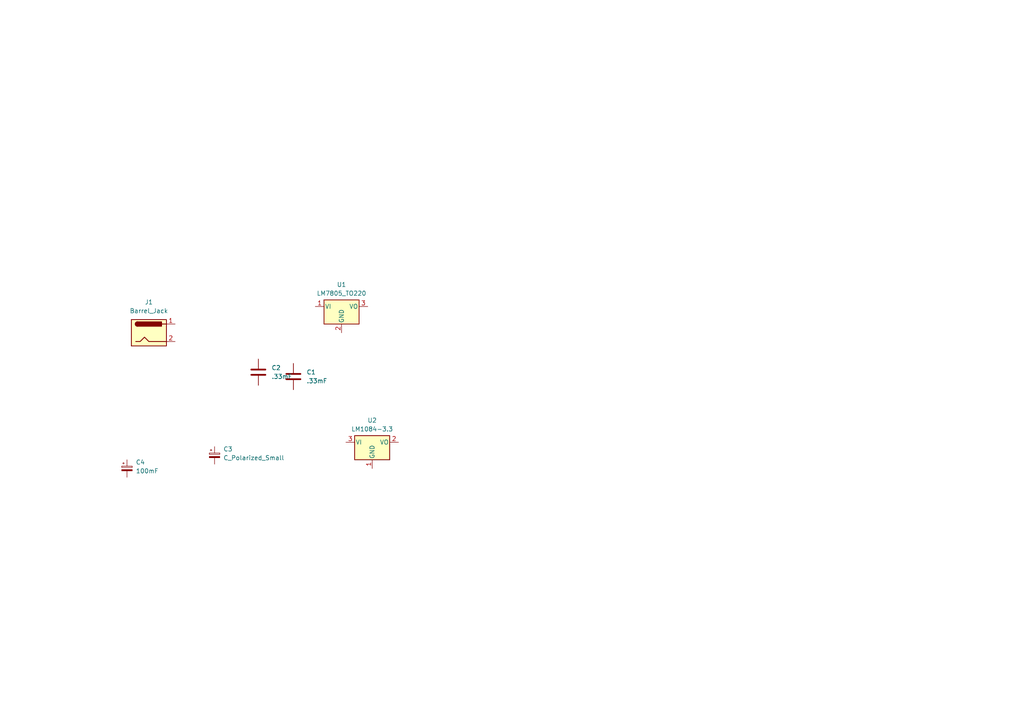
<source format=kicad_sch>
(kicad_sch
	(version 20231120)
	(generator "eeschema")
	(generator_version "8.0")
	(uuid "05d9bf2c-7298-4af7-b837-7c26b1aa679a")
	(paper "A4")
	(lib_symbols
		(symbol "Connector:Barrel_Jack"
			(pin_names
				(offset 1.016)
			)
			(exclude_from_sim no)
			(in_bom yes)
			(on_board yes)
			(property "Reference" "J"
				(at 0 5.334 0)
				(effects
					(font
						(size 1.27 1.27)
					)
				)
			)
			(property "Value" "Barrel_Jack"
				(at 0 -5.08 0)
				(effects
					(font
						(size 1.27 1.27)
					)
				)
			)
			(property "Footprint" ""
				(at 1.27 -1.016 0)
				(effects
					(font
						(size 1.27 1.27)
					)
					(hide yes)
				)
			)
			(property "Datasheet" "~"
				(at 1.27 -1.016 0)
				(effects
					(font
						(size 1.27 1.27)
					)
					(hide yes)
				)
			)
			(property "Description" "DC Barrel Jack"
				(at 0 0 0)
				(effects
					(font
						(size 1.27 1.27)
					)
					(hide yes)
				)
			)
			(property "ki_keywords" "DC power barrel jack connector"
				(at 0 0 0)
				(effects
					(font
						(size 1.27 1.27)
					)
					(hide yes)
				)
			)
			(property "ki_fp_filters" "BarrelJack*"
				(at 0 0 0)
				(effects
					(font
						(size 1.27 1.27)
					)
					(hide yes)
				)
			)
			(symbol "Barrel_Jack_0_1"
				(rectangle
					(start -5.08 3.81)
					(end 5.08 -3.81)
					(stroke
						(width 0.254)
						(type default)
					)
					(fill
						(type background)
					)
				)
				(arc
					(start -3.302 3.175)
					(mid -3.9343 2.54)
					(end -3.302 1.905)
					(stroke
						(width 0.254)
						(type default)
					)
					(fill
						(type none)
					)
				)
				(arc
					(start -3.302 3.175)
					(mid -3.9343 2.54)
					(end -3.302 1.905)
					(stroke
						(width 0.254)
						(type default)
					)
					(fill
						(type outline)
					)
				)
				(polyline
					(pts
						(xy 5.08 2.54) (xy 3.81 2.54)
					)
					(stroke
						(width 0.254)
						(type default)
					)
					(fill
						(type none)
					)
				)
				(polyline
					(pts
						(xy -3.81 -2.54) (xy -2.54 -2.54) (xy -1.27 -1.27) (xy 0 -2.54) (xy 2.54 -2.54) (xy 5.08 -2.54)
					)
					(stroke
						(width 0.254)
						(type default)
					)
					(fill
						(type none)
					)
				)
				(rectangle
					(start 3.683 3.175)
					(end -3.302 1.905)
					(stroke
						(width 0.254)
						(type default)
					)
					(fill
						(type outline)
					)
				)
			)
			(symbol "Barrel_Jack_1_1"
				(pin passive line
					(at 7.62 2.54 180)
					(length 2.54)
					(name "~"
						(effects
							(font
								(size 1.27 1.27)
							)
						)
					)
					(number "1"
						(effects
							(font
								(size 1.27 1.27)
							)
						)
					)
				)
				(pin passive line
					(at 7.62 -2.54 180)
					(length 2.54)
					(name "~"
						(effects
							(font
								(size 1.27 1.27)
							)
						)
					)
					(number "2"
						(effects
							(font
								(size 1.27 1.27)
							)
						)
					)
				)
			)
		)
		(symbol "Device:C"
			(pin_numbers hide)
			(pin_names
				(offset 0.254)
			)
			(exclude_from_sim no)
			(in_bom yes)
			(on_board yes)
			(property "Reference" "C"
				(at 0.635 2.54 0)
				(effects
					(font
						(size 1.27 1.27)
					)
					(justify left)
				)
			)
			(property "Value" "C"
				(at 0.635 -2.54 0)
				(effects
					(font
						(size 1.27 1.27)
					)
					(justify left)
				)
			)
			(property "Footprint" ""
				(at 0.9652 -3.81 0)
				(effects
					(font
						(size 1.27 1.27)
					)
					(hide yes)
				)
			)
			(property "Datasheet" "~"
				(at 0 0 0)
				(effects
					(font
						(size 1.27 1.27)
					)
					(hide yes)
				)
			)
			(property "Description" "Unpolarized capacitor"
				(at 0 0 0)
				(effects
					(font
						(size 1.27 1.27)
					)
					(hide yes)
				)
			)
			(property "ki_keywords" "cap capacitor"
				(at 0 0 0)
				(effects
					(font
						(size 1.27 1.27)
					)
					(hide yes)
				)
			)
			(property "ki_fp_filters" "C_*"
				(at 0 0 0)
				(effects
					(font
						(size 1.27 1.27)
					)
					(hide yes)
				)
			)
			(symbol "C_0_1"
				(polyline
					(pts
						(xy -2.032 -0.762) (xy 2.032 -0.762)
					)
					(stroke
						(width 0.508)
						(type default)
					)
					(fill
						(type none)
					)
				)
				(polyline
					(pts
						(xy -2.032 0.762) (xy 2.032 0.762)
					)
					(stroke
						(width 0.508)
						(type default)
					)
					(fill
						(type none)
					)
				)
			)
			(symbol "C_1_1"
				(pin passive line
					(at 0 3.81 270)
					(length 2.794)
					(name "~"
						(effects
							(font
								(size 1.27 1.27)
							)
						)
					)
					(number "1"
						(effects
							(font
								(size 1.27 1.27)
							)
						)
					)
				)
				(pin passive line
					(at 0 -3.81 90)
					(length 2.794)
					(name "~"
						(effects
							(font
								(size 1.27 1.27)
							)
						)
					)
					(number "2"
						(effects
							(font
								(size 1.27 1.27)
							)
						)
					)
				)
			)
		)
		(symbol "Device:C_Polarized_Small"
			(pin_numbers hide)
			(pin_names
				(offset 0.254) hide)
			(exclude_from_sim no)
			(in_bom yes)
			(on_board yes)
			(property "Reference" "C"
				(at 0.254 1.778 0)
				(effects
					(font
						(size 1.27 1.27)
					)
					(justify left)
				)
			)
			(property "Value" "C_Polarized_Small"
				(at 0.254 -2.032 0)
				(effects
					(font
						(size 1.27 1.27)
					)
					(justify left)
				)
			)
			(property "Footprint" ""
				(at 0 0 0)
				(effects
					(font
						(size 1.27 1.27)
					)
					(hide yes)
				)
			)
			(property "Datasheet" "~"
				(at 0 0 0)
				(effects
					(font
						(size 1.27 1.27)
					)
					(hide yes)
				)
			)
			(property "Description" "Polarized capacitor, small symbol"
				(at 0 0 0)
				(effects
					(font
						(size 1.27 1.27)
					)
					(hide yes)
				)
			)
			(property "ki_keywords" "cap capacitor"
				(at 0 0 0)
				(effects
					(font
						(size 1.27 1.27)
					)
					(hide yes)
				)
			)
			(property "ki_fp_filters" "CP_*"
				(at 0 0 0)
				(effects
					(font
						(size 1.27 1.27)
					)
					(hide yes)
				)
			)
			(symbol "C_Polarized_Small_0_1"
				(rectangle
					(start -1.524 -0.3048)
					(end 1.524 -0.6858)
					(stroke
						(width 0)
						(type default)
					)
					(fill
						(type outline)
					)
				)
				(rectangle
					(start -1.524 0.6858)
					(end 1.524 0.3048)
					(stroke
						(width 0)
						(type default)
					)
					(fill
						(type none)
					)
				)
				(polyline
					(pts
						(xy -1.27 1.524) (xy -0.762 1.524)
					)
					(stroke
						(width 0)
						(type default)
					)
					(fill
						(type none)
					)
				)
				(polyline
					(pts
						(xy -1.016 1.27) (xy -1.016 1.778)
					)
					(stroke
						(width 0)
						(type default)
					)
					(fill
						(type none)
					)
				)
			)
			(symbol "C_Polarized_Small_1_1"
				(pin passive line
					(at 0 2.54 270)
					(length 1.8542)
					(name "~"
						(effects
							(font
								(size 1.27 1.27)
							)
						)
					)
					(number "1"
						(effects
							(font
								(size 1.27 1.27)
							)
						)
					)
				)
				(pin passive line
					(at 0 -2.54 90)
					(length 1.8542)
					(name "~"
						(effects
							(font
								(size 1.27 1.27)
							)
						)
					)
					(number "2"
						(effects
							(font
								(size 1.27 1.27)
							)
						)
					)
				)
			)
		)
		(symbol "Regulator_Linear:LM1084-3.3"
			(pin_names
				(offset 0.254)
			)
			(exclude_from_sim no)
			(in_bom yes)
			(on_board yes)
			(property "Reference" "U"
				(at -3.81 3.175 0)
				(effects
					(font
						(size 1.27 1.27)
					)
				)
			)
			(property "Value" "LM1084-3.3"
				(at 0 3.175 0)
				(effects
					(font
						(size 1.27 1.27)
					)
					(justify left)
				)
			)
			(property "Footprint" ""
				(at 0 6.35 0)
				(effects
					(font
						(size 1.27 1.27)
						(italic yes)
					)
					(hide yes)
				)
			)
			(property "Datasheet" "http://www.ti.com/lit/ds/symlink/lm1084.pdf"
				(at 0 0 0)
				(effects
					(font
						(size 1.27 1.27)
					)
					(hide yes)
				)
			)
			(property "Description" "5A 27V Linear Regulator, Fixed Output 3.3V, TO-220/TO-263"
				(at 0 0 0)
				(effects
					(font
						(size 1.27 1.27)
					)
					(hide yes)
				)
			)
			(property "ki_keywords" "Voltage Regulator Fixed 5A Positive"
				(at 0 0 0)
				(effects
					(font
						(size 1.27 1.27)
					)
					(hide yes)
				)
			)
			(property "ki_fp_filters" "TO?220* TO?263*"
				(at 0 0 0)
				(effects
					(font
						(size 1.27 1.27)
					)
					(hide yes)
				)
			)
			(symbol "LM1084-3.3_0_1"
				(rectangle
					(start -5.08 1.905)
					(end 5.08 -5.08)
					(stroke
						(width 0.254)
						(type default)
					)
					(fill
						(type background)
					)
				)
			)
			(symbol "LM1084-3.3_1_1"
				(pin power_in line
					(at 0 -7.62 90)
					(length 2.54)
					(name "GND"
						(effects
							(font
								(size 1.27 1.27)
							)
						)
					)
					(number "1"
						(effects
							(font
								(size 1.27 1.27)
							)
						)
					)
				)
				(pin power_out line
					(at 7.62 0 180)
					(length 2.54)
					(name "VO"
						(effects
							(font
								(size 1.27 1.27)
							)
						)
					)
					(number "2"
						(effects
							(font
								(size 1.27 1.27)
							)
						)
					)
				)
				(pin power_in line
					(at -7.62 0 0)
					(length 2.54)
					(name "VI"
						(effects
							(font
								(size 1.27 1.27)
							)
						)
					)
					(number "3"
						(effects
							(font
								(size 1.27 1.27)
							)
						)
					)
				)
			)
		)
		(symbol "Regulator_Linear:LM7805_TO220"
			(pin_names
				(offset 0.254)
			)
			(exclude_from_sim no)
			(in_bom yes)
			(on_board yes)
			(property "Reference" "U"
				(at -3.81 3.175 0)
				(effects
					(font
						(size 1.27 1.27)
					)
				)
			)
			(property "Value" "LM7805_TO220"
				(at 0 3.175 0)
				(effects
					(font
						(size 1.27 1.27)
					)
					(justify left)
				)
			)
			(property "Footprint" "Package_TO_SOT_THT:TO-220-3_Vertical"
				(at 0 5.715 0)
				(effects
					(font
						(size 1.27 1.27)
						(italic yes)
					)
					(hide yes)
				)
			)
			(property "Datasheet" "https://www.onsemi.cn/PowerSolutions/document/MC7800-D.PDF"
				(at 0 -1.27 0)
				(effects
					(font
						(size 1.27 1.27)
					)
					(hide yes)
				)
			)
			(property "Description" "Positive 1A 35V Linear Regulator, Fixed Output 5V, TO-220"
				(at 0 0 0)
				(effects
					(font
						(size 1.27 1.27)
					)
					(hide yes)
				)
			)
			(property "ki_keywords" "Voltage Regulator 1A Positive"
				(at 0 0 0)
				(effects
					(font
						(size 1.27 1.27)
					)
					(hide yes)
				)
			)
			(property "ki_fp_filters" "TO?220*"
				(at 0 0 0)
				(effects
					(font
						(size 1.27 1.27)
					)
					(hide yes)
				)
			)
			(symbol "LM7805_TO220_0_1"
				(rectangle
					(start -5.08 1.905)
					(end 5.08 -5.08)
					(stroke
						(width 0.254)
						(type default)
					)
					(fill
						(type background)
					)
				)
			)
			(symbol "LM7805_TO220_1_1"
				(pin power_in line
					(at -7.62 0 0)
					(length 2.54)
					(name "VI"
						(effects
							(font
								(size 1.27 1.27)
							)
						)
					)
					(number "1"
						(effects
							(font
								(size 1.27 1.27)
							)
						)
					)
				)
				(pin power_in line
					(at 0 -7.62 90)
					(length 2.54)
					(name "GND"
						(effects
							(font
								(size 1.27 1.27)
							)
						)
					)
					(number "2"
						(effects
							(font
								(size 1.27 1.27)
							)
						)
					)
				)
				(pin power_out line
					(at 7.62 0 180)
					(length 2.54)
					(name "VO"
						(effects
							(font
								(size 1.27 1.27)
							)
						)
					)
					(number "3"
						(effects
							(font
								(size 1.27 1.27)
							)
						)
					)
				)
			)
		)
	)
	(symbol
		(lib_id "Connector:Barrel_Jack")
		(at 43.18 96.52 0)
		(unit 1)
		(exclude_from_sim no)
		(in_bom yes)
		(on_board yes)
		(dnp no)
		(fields_autoplaced yes)
		(uuid "1f79cdbb-abe1-4993-8aff-63fa2f7e7915")
		(property "Reference" "J1"
			(at 43.18 87.63 0)
			(effects
				(font
					(size 1.27 1.27)
				)
			)
		)
		(property "Value" "Barrel_Jack"
			(at 43.18 90.17 0)
			(effects
				(font
					(size 1.27 1.27)
				)
			)
		)
		(property "Footprint" ""
			(at 44.45 97.536 0)
			(effects
				(font
					(size 1.27 1.27)
				)
				(hide yes)
			)
		)
		(property "Datasheet" "~"
			(at 44.45 97.536 0)
			(effects
				(font
					(size 1.27 1.27)
				)
				(hide yes)
			)
		)
		(property "Description" "DC Barrel Jack"
			(at 43.18 96.52 0)
			(effects
				(font
					(size 1.27 1.27)
				)
				(hide yes)
			)
		)
		(pin "2"
			(uuid "bbbcd2b5-afb7-485b-b61f-39e5949565e3")
		)
		(pin "1"
			(uuid "81792749-c4ab-42cd-b0f8-6946721069ef")
		)
		(instances
			(project ""
				(path "/05d9bf2c-7298-4af7-b837-7c26b1aa679a"
					(reference "J1")
					(unit 1)
				)
			)
		)
	)
	(symbol
		(lib_id "Device:C")
		(at 85.09 109.22 0)
		(unit 1)
		(exclude_from_sim no)
		(in_bom yes)
		(on_board yes)
		(dnp no)
		(fields_autoplaced yes)
		(uuid "59b6b6e2-428a-4900-bd13-97e7e824c35a")
		(property "Reference" "C1"
			(at 88.9 107.9499 0)
			(effects
				(font
					(size 1.27 1.27)
				)
				(justify left)
			)
		)
		(property "Value" ".33mF"
			(at 88.9 110.4899 0)
			(effects
				(font
					(size 1.27 1.27)
				)
				(justify left)
			)
		)
		(property "Footprint" ""
			(at 86.0552 113.03 0)
			(effects
				(font
					(size 1.27 1.27)
				)
				(hide yes)
			)
		)
		(property "Datasheet" "~"
			(at 85.09 109.22 0)
			(effects
				(font
					(size 1.27 1.27)
				)
				(hide yes)
			)
		)
		(property "Description" "Unpolarized capacitor"
			(at 85.09 109.22 0)
			(effects
				(font
					(size 1.27 1.27)
				)
				(hide yes)
			)
		)
		(pin "1"
			(uuid "5c2f8ac1-25cf-407c-a841-cb3b6101bd91")
		)
		(pin "2"
			(uuid "42381ba9-7052-4597-b7c3-684d2a2a9c80")
		)
		(instances
			(project ""
				(path "/05d9bf2c-7298-4af7-b837-7c26b1aa679a"
					(reference "C1")
					(unit 1)
				)
			)
		)
	)
	(symbol
		(lib_id "Regulator_Linear:LM7805_TO220")
		(at 99.06 88.9 0)
		(unit 1)
		(exclude_from_sim no)
		(in_bom yes)
		(on_board yes)
		(dnp no)
		(fields_autoplaced yes)
		(uuid "8c464f8d-7d47-46ef-bc8b-8d3580c2e904")
		(property "Reference" "U1"
			(at 99.06 82.55 0)
			(effects
				(font
					(size 1.27 1.27)
				)
			)
		)
		(property "Value" "LM7805_TO220"
			(at 99.06 85.09 0)
			(effects
				(font
					(size 1.27 1.27)
				)
			)
		)
		(property "Footprint" "Package_TO_SOT_THT:TO-220-3_Vertical"
			(at 99.06 83.185 0)
			(effects
				(font
					(size 1.27 1.27)
					(italic yes)
				)
				(hide yes)
			)
		)
		(property "Datasheet" "https://www.onsemi.cn/PowerSolutions/document/MC7800-D.PDF"
			(at 99.06 90.17 0)
			(effects
				(font
					(size 1.27 1.27)
				)
				(hide yes)
			)
		)
		(property "Description" "Positive 1A 35V Linear Regulator, Fixed Output 5V, TO-220"
			(at 99.06 88.9 0)
			(effects
				(font
					(size 1.27 1.27)
				)
				(hide yes)
			)
		)
		(pin "1"
			(uuid "a262ebc7-c593-470e-9cc4-a529dea3a33d")
		)
		(pin "2"
			(uuid "ad3177da-8548-4465-a5bb-14237b91b0d2")
		)
		(pin "3"
			(uuid "3f275840-0c8e-4f31-b4ed-65ae5c3128a5")
		)
		(instances
			(project ""
				(path "/05d9bf2c-7298-4af7-b837-7c26b1aa679a"
					(reference "U1")
					(unit 1)
				)
			)
		)
	)
	(symbol
		(lib_id "Device:C")
		(at 74.93 107.95 0)
		(unit 1)
		(exclude_from_sim no)
		(in_bom yes)
		(on_board yes)
		(dnp no)
		(fields_autoplaced yes)
		(uuid "c157b659-ca87-4b13-80e1-63c325209d4e")
		(property "Reference" "C2"
			(at 78.74 106.6799 0)
			(effects
				(font
					(size 1.27 1.27)
				)
				(justify left)
			)
		)
		(property "Value" ".33mF"
			(at 78.74 109.2199 0)
			(effects
				(font
					(size 1.27 1.27)
				)
				(justify left)
			)
		)
		(property "Footprint" ""
			(at 75.8952 111.76 0)
			(effects
				(font
					(size 1.27 1.27)
				)
				(hide yes)
			)
		)
		(property "Datasheet" "~"
			(at 74.93 107.95 0)
			(effects
				(font
					(size 1.27 1.27)
				)
				(hide yes)
			)
		)
		(property "Description" "Unpolarized capacitor"
			(at 74.93 107.95 0)
			(effects
				(font
					(size 1.27 1.27)
				)
				(hide yes)
			)
		)
		(pin "1"
			(uuid "f5646b5d-1b64-4a83-9e26-85615b2a4e94")
		)
		(pin "2"
			(uuid "e86f761f-b041-4d05-b8e2-a8e529f36178")
		)
		(instances
			(project "Cobra7805"
				(path "/05d9bf2c-7298-4af7-b837-7c26b1aa679a"
					(reference "C2")
					(unit 1)
				)
			)
		)
	)
	(symbol
		(lib_id "Regulator_Linear:LM1084-3.3")
		(at 107.95 128.27 0)
		(unit 1)
		(exclude_from_sim no)
		(in_bom yes)
		(on_board yes)
		(dnp no)
		(fields_autoplaced yes)
		(uuid "d0eb84a9-7c5f-402b-889c-392fdc2eb730")
		(property "Reference" "U2"
			(at 107.95 121.92 0)
			(effects
				(font
					(size 1.27 1.27)
				)
			)
		)
		(property "Value" "LM1084-3.3"
			(at 107.95 124.46 0)
			(effects
				(font
					(size 1.27 1.27)
				)
			)
		)
		(property "Footprint" ""
			(at 107.95 121.92 0)
			(effects
				(font
					(size 1.27 1.27)
					(italic yes)
				)
				(hide yes)
			)
		)
		(property "Datasheet" "http://www.ti.com/lit/ds/symlink/lm1084.pdf"
			(at 107.95 128.27 0)
			(effects
				(font
					(size 1.27 1.27)
				)
				(hide yes)
			)
		)
		(property "Description" "5A 27V Linear Regulator, Fixed Output 3.3V, TO-220/TO-263"
			(at 107.95 128.27 0)
			(effects
				(font
					(size 1.27 1.27)
				)
				(hide yes)
			)
		)
		(pin "3"
			(uuid "82d5ad67-2467-4fcd-9793-7a39db9d6921")
		)
		(pin "1"
			(uuid "f070006c-699a-465b-ba11-f7b794744229")
		)
		(pin "2"
			(uuid "2d02d46b-41cb-4c45-9c51-e5b3ea081f58")
		)
		(instances
			(project ""
				(path "/05d9bf2c-7298-4af7-b837-7c26b1aa679a"
					(reference "U2")
					(unit 1)
				)
			)
		)
	)
	(symbol
		(lib_id "Device:C_Polarized_Small")
		(at 62.23 132.08 0)
		(unit 1)
		(exclude_from_sim no)
		(in_bom yes)
		(on_board yes)
		(dnp no)
		(fields_autoplaced yes)
		(uuid "e9bae5db-6dfa-4f45-b247-ba695352c305")
		(property "Reference" "C3"
			(at 64.77 130.2638 0)
			(effects
				(font
					(size 1.27 1.27)
				)
				(justify left)
			)
		)
		(property "Value" "C_Polarized_Small"
			(at 64.77 132.8038 0)
			(effects
				(font
					(size 1.27 1.27)
				)
				(justify left)
			)
		)
		(property "Footprint" ""
			(at 62.23 132.08 0)
			(effects
				(font
					(size 1.27 1.27)
				)
				(hide yes)
			)
		)
		(property "Datasheet" "~"
			(at 62.23 132.08 0)
			(effects
				(font
					(size 1.27 1.27)
				)
				(hide yes)
			)
		)
		(property "Description" "Polarized capacitor, small symbol"
			(at 62.23 132.08 0)
			(effects
				(font
					(size 1.27 1.27)
				)
				(hide yes)
			)
		)
		(pin "1"
			(uuid "2e5c9a74-b078-4501-9e13-d461f699627c")
		)
		(pin "2"
			(uuid "8e35e7c7-f084-4d40-8590-f42b95a93954")
		)
		(instances
			(project ""
				(path "/05d9bf2c-7298-4af7-b837-7c26b1aa679a"
					(reference "C3")
					(unit 1)
				)
			)
		)
	)
	(symbol
		(lib_id "Device:C_Polarized_Small")
		(at 36.83 135.89 0)
		(unit 1)
		(exclude_from_sim no)
		(in_bom yes)
		(on_board yes)
		(dnp no)
		(fields_autoplaced yes)
		(uuid "f38516b7-3226-47d8-9b85-cfda4084bc72")
		(property "Reference" "C4"
			(at 39.37 134.0738 0)
			(effects
				(font
					(size 1.27 1.27)
				)
				(justify left)
			)
		)
		(property "Value" "100mF"
			(at 39.37 136.6138 0)
			(effects
				(font
					(size 1.27 1.27)
				)
				(justify left)
			)
		)
		(property "Footprint" ""
			(at 36.83 135.89 0)
			(effects
				(font
					(size 1.27 1.27)
				)
				(hide yes)
			)
		)
		(property "Datasheet" "~"
			(at 36.83 135.89 0)
			(effects
				(font
					(size 1.27 1.27)
				)
				(hide yes)
			)
		)
		(property "Description" "Polarized capacitor, small symbol"
			(at 36.83 135.89 0)
			(effects
				(font
					(size 1.27 1.27)
				)
				(hide yes)
			)
		)
		(pin "1"
			(uuid "15a8b8b8-9167-4fbb-9f63-818ec81a29ae")
		)
		(pin "2"
			(uuid "3b24714b-3825-4adb-aa47-f6aa5ca980a0")
		)
		(instances
			(project "Cobra7805"
				(path "/05d9bf2c-7298-4af7-b837-7c26b1aa679a"
					(reference "C4")
					(unit 1)
				)
			)
		)
	)
	(sheet_instances
		(path "/"
			(page "1")
		)
	)
)

</source>
